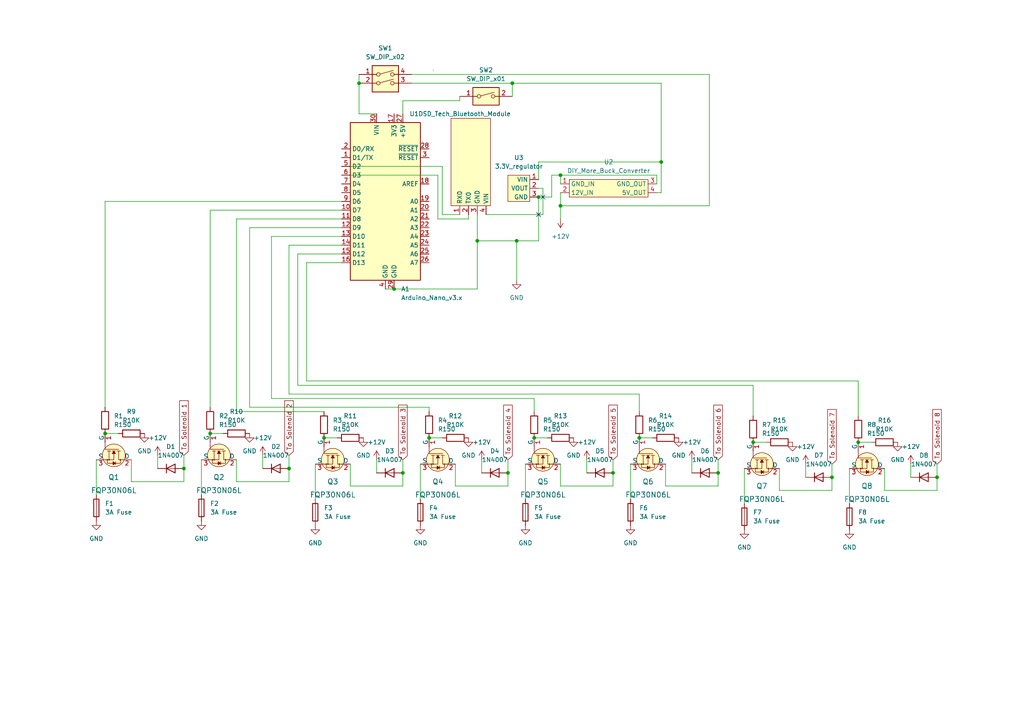
<source format=kicad_sch>
(kicad_sch (version 20211123) (generator eeschema)
  (paper "A4")
  (lib_symbols
    (symbol "Device:D" (pin_numbers hide) (pin_names (offset 1.016) hide)
      (property "Reference" "D" (at 0 2.54 0))
      (property "Value" "D" (at 0 -2.54 0))
      (symbol "D_0_1"
        (polyline (pts (xy -1.27 1.27) (xy -1.27 -1.27)) (stroke (width 0.254)))
        (polyline (pts (xy 1.27 0) (xy -1.27 0)))
        (polyline (pts (xy 1.27 1.27) (xy 1.27 -1.27) (xy -1.27 0) (xy 1.27 1.27)) (stroke (width 0.254)))
      )
      (symbol "D_1_1"
        (pin passive line (at -3.81 0 0) (length 2.54) (name "K") (number "1"))
        (pin passive line (at 3.81 0 180) (length 2.54) (name "A") (number "2"))
      )
    )
    (symbol "Device:Fuse" (pin_numbers hide) (pin_names (offset 0))
      (property "Reference" "F" (at 2.032 0 90))
      (property "Value" "Fuse" (at -1.905 0 90))
      (symbol "Fuse_0_1"
        (rectangle (start -0.762 -2.54) (end 0.762 2.54) (stroke (width 0.254)))
        (polyline (pts (xy 0 2.54) (xy 0 -2.54)))
      )
      (symbol "Fuse_1_1"
        (pin passive line (at 0 3.81 270) (length 1.27) (name "~") (number "1"))
        (pin passive line (at 0 -3.81 90) (length 1.27) (name "~") (number "2"))
      )
    )
    (symbol "Device:R" (pin_numbers hide) (pin_names (offset 0))
      (property "Reference" "R" (at 2.032 0 90))
      (property "Value" "R" (at 0 0 90))
      (symbol "R_0_1"
        (rectangle (start -1.016 -2.54) (end 1.016 2.54) (stroke (width 0.254)))
      )
      (symbol "R_1_1"
        (pin passive line (at 0 3.81 270) (length 1.27) (name "~") (number "1"))
        (pin passive line (at 0 -3.81 90) (length 1.27) (name "~") (number "2"))
      )
    )
    (symbol "MCU_Module:Arduino_Nano_v3.x"
      (property "Reference" "A" (at -10.16 23.495 0))
      (property "Value" "Arduino_Nano_v3.x" (at 5.08 -24.13 0))
      (symbol "Arduino_Nano_v3.x_0_1"
        (rectangle (start -10.16 22.86) (end 10.16 -22.86) (stroke (width 0.254)) (fill (type background)))
      )
      (symbol "Arduino_Nano_v3.x_1_1"
        (pin bidirectional line (at -12.7 12.7 0) (length 2.54) (name "D1/TX") (number "1"))
        (pin bidirectional line (at -12.7 -2.54 0) (length 2.54) (name "D7") (number "10"))
        (pin bidirectional line (at -12.7 -5.08 0) (length 2.54) (name "D8") (number "11"))
        (pin bidirectional line (at -12.7 -7.62 0) (length 2.54) (name "D9") (number "12"))
        (pin bidirectional line (at -12.7 -10.16 0) (length 2.54) (name "D10") (number "13"))
        (pin bidirectional line (at -12.7 -12.7 0) (length 2.54) (name "D11") (number "14"))
        (pin bidirectional line (at -12.7 -15.24 0) (length 2.54) (name "D12") (number "15"))
        (pin bidirectional line (at -12.7 -17.78 0) (length 2.54) (name "D13") (number "16"))
        (pin power_out line (at 2.54 25.4 270) (length 2.54) (name "3V3") (number "17"))
        (pin input line (at 12.7 5.08 180) (length 2.54) (name "AREF") (number "18"))
        (pin bidirectional line (at 12.7 0 180) (length 2.54) (name "A0") (number "19"))
        (pin bidirectional line (at -12.7 15.24 0) (length 2.54) (name "D0/RX") (number "2"))
        (pin bidirectional line (at 12.7 -2.54 180) (length 2.54) (name "A1") (number "20"))
        (pin bidirectional line (at 12.7 -5.08 180) (length 2.54) (name "A2") (number "21"))
        (pin bidirectional line (at 12.7 -7.62 180) (length 2.54) (name "A3") (number "22"))
        (pin bidirectional line (at 12.7 -10.16 180) (length 2.54) (name "A4") (number "23"))
        (pin bidirectional line (at 12.7 -12.7 180) (length 2.54) (name "A5") (number "24"))
        (pin bidirectional line (at 12.7 -15.24 180) (length 2.54) (name "A6") (number "25"))
        (pin bidirectional line (at 12.7 -17.78 180) (length 2.54) (name "A7") (number "26"))
        (pin power_out line (at 5.08 25.4 270) (length 2.54) (name "+5V") (number "27"))
        (pin input line (at 12.7 15.24 180) (length 2.54) (name "~{RESET}") (number "28"))
        (pin power_in line (at 2.54 -25.4 90) (length 2.54) (name "GND") (number "29"))
        (pin input line (at 12.7 12.7 180) (length 2.54) (name "~{RESET}") (number "3"))
        (pin power_in line (at -2.54 25.4 270) (length 2.54) (name "VIN") (number "30"))
        (pin power_in line (at 0 -25.4 90) (length 2.54) (name "GND") (number "4"))
        (pin bidirectional line (at -12.7 10.16 0) (length 2.54) (name "D2") (number "5"))
        (pin bidirectional line (at -12.7 7.62 0) (length 2.54) (name "D3") (number "6"))
        (pin bidirectional line (at -12.7 5.08 0) (length 2.54) (name "D4") (number "7"))
        (pin bidirectional line (at -12.7 2.54 0) (length 2.54) (name "D5") (number "8"))
        (pin bidirectional line (at -12.7 0 0) (length 2.54) (name "D6") (number "9"))
      )
    )
    (symbol "RF_Bluetooth:DSD_Tech_Bluetooth_Module"
      (property "Reference" "U1" (at 15.24 9.5251 90))
      (property "Value" "DSD_Tech_Bluetooth_Module" (at 15.24 6.9851 90))
      (symbol "DSD_Tech_Bluetooth_Module_0_1"
        (rectangle (start -11.43 -2.54) (end 13.97 -13.97) (fill (type background)))
        (rectangle (start 27.94 2.54) (end 27.94 2.54))
        (rectangle (start 27.94 2.54) (end 27.94 2.54))
      )
      (symbol "DSD_Tech_Bluetooth_Module_1_1"
        (pin input line (at -13.97 -5.08 0) (length 2.54) (name "RX0") (number "1"))
        (pin output line (at -13.97 -7.62 0) (length 2.54) (name "TX0") (number "2"))
        (pin input line (at -13.97 -10.16 0) (length 2.54) (name "GND") (number "3"))
        (pin input line (at -13.97 -12.7 0) (length 2.54) (name "VIN") (number "4"))
      )
    )
    (symbol "Regulator_Controller:3.3V_regulator"
      (property "Reference" "U" (at 0 0 0))
      (property "Value" "3.3V_regulator" (at 0 0 0))
      (symbol "3.3V_regulator_0_1"
        (rectangle (start -2.54 -1.27) (end 3.81 -8.89) (fill (type background)))
      )
      (symbol "3.3V_regulator_1_1"
        (pin input line (at 6.35 -2.54 180) (length 2.54) (name "VIN") (number "1"))
        (pin output line (at 6.35 -5.08 180) (length 2.54) (name "VOUT") (number "2"))
        (pin input line (at 6.35 -7.62 180) (length 2.54) (name "GND") (number "3"))
      )
    )
    (symbol "Regulator_Controller:DIY_More_Buck_Converter"
      (property "Reference" "U2" (at -1.27 1.27 0))
      (property "Value" "DIY_More_Buck_Converter" (at -1.27 -1.27 0))
      (symbol "DIY_More_Buck_Converter_0_1"
        (rectangle (start -12.7 -3.81) (end 10.16 -8.89) (fill (type background)))
      )
      (symbol "DIY_More_Buck_Converter_1_1"
        (pin input line (at -15.24 -5.08 0) (length 2.54) (name "GND_IN") (number "1"))
        (pin input line (at -15.24 -7.62 0) (length 2.54) (name "12V_IN") (number "2"))
        (pin output line (at 12.7 -5.08 180) (length 2.54) (name "GND_OUT") (number "3"))
        (pin output line (at 12.7 -7.62 180) (length 2.54) (name "5V_OUT") (number "4"))
      )
    )
    (symbol "Switch:SW_DIP_x01" (pin_names (offset 0) hide)
      (property "Reference" "SW" (at 0 3.81 0))
      (property "Value" "SW_DIP_x01" (at 0 -3.81 0))
      (symbol "SW_DIP_x01_0_0"
        (circle (center -2.032 0) (radius 0.508))
        (polyline (pts (xy -1.524 0.127) (xy 2.3622 1.1684)))
        (circle (center 2.032 0) (radius 0.508))
      )
      (symbol "SW_DIP_x01_0_1"
        (rectangle (start -3.81 2.54) (end 3.81 -2.54) (stroke (width 0.254)) (fill (type background)))
      )
      (symbol "SW_DIP_x01_1_1"
        (pin passive line (at -7.62 0 0) (length 5.08) (name "~") (number "1"))
        (pin passive line (at 7.62 0 180) (length 5.08) (name "~") (number "2"))
      )
    )
    (symbol "Switch:SW_DIP_x02" (pin_names (offset 0) hide)
      (property "Reference" "SW" (at 0 6.35 0))
      (property "Value" "SW_DIP_x02" (at 0 -3.81 0))
      (symbol "SW_DIP_x02_0_0"
        (circle (center -2.032 0) (radius 0.508))
        (circle (center -2.032 2.54) (radius 0.508))
        (polyline (pts (xy -1.524 0.127) (xy 2.3622 1.1684)))
        (polyline (pts (xy -1.524 2.667) (xy 2.3622 3.7084)))
        (circle (center 2.032 0) (radius 0.508))
        (circle (center 2.032 2.54) (radius 0.508))
      )
      (symbol "SW_DIP_x02_0_1"
        (rectangle (start -3.81 5.08) (end 3.81 -2.54) (stroke (width 0.254)) (fill (type background)))
      )
      (symbol "SW_DIP_x02_1_1"
        (pin passive line (at -7.62 2.54 0) (length 5.08) (name "~") (number "1"))
        (pin passive line (at -7.62 0 0) (length 5.08) (name "~") (number "2"))
        (pin passive line (at 7.62 0 180) (length 5.08) (name "~") (number "3"))
        (pin passive line (at 7.62 2.54 180) (length 5.08) (name "~") (number "4"))
      )
    )
    (symbol "dk_Transistors-FETs-MOSFETs-Single:FQP30N06L" (pin_names (offset 0))
      (property "Reference" "Q" (at -2.6924 3.6322 0))
      (property "Value" "FQP30N06L" (at 3.4544 0 90))
      (symbol "FQP30N06L_0_1"
        (circle (center -1.27 0) (radius 3.302) (fill (type background)))
        (circle (center 0 -1.905) (radius 0.127))
        (circle (center 0 -1.397) (radius 0.127))
        (polyline (pts (xy 0 -1.397) (xy -2.54 -1.397)))
        (polyline (pts (xy -5.08 -2.54) (xy -3.048 -2.54) (xy -3.048 1.397)))
        (polyline (pts (xy 0 -2.54) (xy 0 0) (xy -2.54 0)))
        (polyline (pts (xy 0 2.54) (xy 0 1.397) (xy -2.54 1.397)))
        (polyline (pts (xy -0.127 -1.905) (xy 1.016 -1.905) (xy 1.016 1.397) (xy 1.016 1.905) (xy -0.127 1.905)))
        (circle (center 0 1.905) (radius 0.127))
      )
      (symbol "FQP30N06L_1_1"
        (polyline (pts (xy -2.54 -1.397) (xy -2.54 -1.905)))
        (polyline (pts (xy -2.54 -1.397) (xy -2.54 -0.889)))
        (polyline (pts (xy -2.54 0) (xy -2.54 -0.508)))
        (polyline (pts (xy -2.54 0) (xy -2.54 0.508)))
        (polyline (pts (xy -2.54 1.905) (xy -2.54 0.889)))
        (polyline (pts (xy 1.524 0.508) (xy 0.508 0.508)))
        (polyline (pts (xy -2.54 0) (xy -1.778 0.508) (xy -1.778 -0.508) (xy -2.54 0)) (fill (type outline)))
        (polyline (pts (xy 1.016 0.508) (xy 0.508 -0.254) (xy 1.524 -0.254) (xy 1.016 0.508)) (fill (type outline)))
        (pin bidirectional line (at -7.62 -2.54 0) (length 2.54) (name "G") (number "1"))
        (pin bidirectional line (at 0 5.08 270) (length 2.54) (name "D") (number "2"))
        (pin bidirectional line (at 0 -5.08 90) (length 2.54) (name "S") (number "3"))
      )
    )
    (symbol "power:+12V" (power) (pin_names (offset 0))
      (property "Value" "+12V" (at 0 3.556 0))
      (symbol "+12V_0_1"
        (polyline (pts (xy -0.762 1.27) (xy 0 2.54)))
        (polyline (pts (xy 0 0) (xy 0 2.54)))
        (polyline (pts (xy 0 2.54) (xy 0.762 1.27)))
      )
      (symbol "+12V_1_1"
        (pin power_in line (at 0 0 90) (length 0) hide (name "+12V") (number "1"))
      )
    )
    (symbol "power:GND" (power) (pin_names (offset 0))
      (property "Value" "GND" (at 0 -3.81 0))
      (symbol "GND_0_1"
        (polyline (pts (xy 0 0) (xy 0 -1.27) (xy 1.27 -1.27) (xy 0 -2.54) (xy -1.27 -1.27) (xy 0 -1.27)))
      )
      (symbol "GND_1_1"
        (pin power_in line (at 0 0 270) (length 0) hide (name "GND") (number "1"))
      )
    )
  )
  (junction (at 162.56 59.69))
  (junction (at 83.82 135.89))
  (junction (at 60.96 125.73))
  (junction (at 149.86 69.85))
  (junction (at 162.56 50.8))
  (junction (at 185.42 127))
  (junction (at 116.84 137.16))
  (junction (at 154.94 127))
  (junction (at 177.8 137.16))
  (junction (at 191.77 46.99))
  (junction (at 124.46 127))
  (junction (at 53.34 135.89))
  (junction (at 93.98 127))
  (junction (at 138.43 69.85))
  (junction (at 218.44 128.27))
  (junction (at 248.92 128.27))
  (junction (at 271.78 138.43))
  (junction (at 208.28 137.16))
  (junction (at 147.32 137.16))
  (junction (at 148.59 24.13))
  (junction (at 104.14 24.13))
  (junction (at 241.3 138.43))
  (junction (at 156.21 57.15))
  (junction (at 114.3 83.82))
  (junction (at 30.48 125.73))
  (no_connect (at 157.48 57.15))
  (no_connect (at 156.21 62.23))
  (wire (pts (xy 208.28 140.97) (xy 208.28 137.16)))
  (wire (pts (xy 34.29 125.73) (xy 30.48 125.73)))
  (wire (pts (xy 60.96 60.96) (xy 60.96 118.11)))
  (wire (pts (xy 205.74 59.69) (xy 205.74 21.59)))
  (wire (pts (xy 68.58 139.7) (xy 83.82 139.7)))
  (wire (pts (xy 138.43 69.85) (xy 138.43 62.23)))
  (wire (pts (xy 140.97 62.23) (xy 157.48 62.23)))
  (wire (pts (xy 86.36 111.76) (xy 218.44 111.76)))
  (wire (pts (xy 121.92 134.62) (xy 121.92 144.78)))
  (wire (pts (xy 200.66 133.35) (xy 200.66 137.16)))
  (wire (pts (xy 215.9 135.89) (xy 215.9 146.05)))
  (wire (pts (xy 271.78 134.62) (xy 271.78 138.43)))
  (wire (pts (xy 182.88 134.62) (xy 182.88 144.78)))
  (wire (pts (xy 83.82 139.7) (xy 83.82 135.89)))
  (wire (pts (xy 185.42 114.3) (xy 185.42 119.38)))
  (wire (pts (xy 162.56 134.62) (xy 162.56 140.97)))
  (wire (pts (xy 157.48 54.61) (xy 156.21 54.61)))
  (wire (pts (xy 68.58 133.35) (xy 68.58 139.7)))
  (wire (pts (xy 191.77 46.99) (xy 191.77 24.13)))
  (wire (pts (xy 189.23 127) (xy 185.42 127)))
  (wire (pts (xy 160.02 57.15) (xy 160.02 50.8)))
  (wire (pts (xy 99.06 71.12) (xy 83.82 71.12)))
  (wire (pts (xy 104.14 33.02) (xy 109.22 33.02)))
  (wire (pts (xy 162.56 59.69) (xy 205.74 59.69)))
  (wire (pts (xy 104.14 24.13) (xy 104.14 33.02)))
  (wire (pts (xy 139.7 133.35) (xy 139.7 137.16)))
  (wire (pts (xy 104.14 21.59) (xy 104.14 24.13)))
  (wire (pts (xy 241.3 134.62) (xy 241.3 138.43)))
  (wire (pts (xy 53.34 132.08) (xy 53.34 135.89)))
  (wire (pts (xy 99.06 68.58) (xy 78.74 68.58)))
  (wire (pts (xy 128.27 127) (xy 124.46 127)))
  (wire (pts (xy 147.32 140.97) (xy 147.32 137.16)))
  (wire (pts (xy 99.06 76.2) (xy 88.9 76.2)))
  (wire (pts (xy 72.39 118.11) (xy 124.46 118.11)))
  (wire (pts (xy 135.89 63.5) (xy 135.89 62.23)))
  (wire (pts (xy 64.77 125.73) (xy 60.96 125.73)))
  (wire (pts (xy 271.78 142.24) (xy 271.78 138.43)))
  (wire (pts (xy 119.38 24.13) (xy 148.59 24.13)))
  (wire (pts (xy 101.6 140.97) (xy 116.84 140.97)))
  (wire (pts (xy 177.8 140.97) (xy 177.8 137.16)))
  (wire (pts (xy 138.43 83.82) (xy 138.43 69.85)))
  (wire (pts (xy 152.4 134.62) (xy 152.4 144.78)))
  (wire (pts (xy 83.82 71.12) (xy 83.82 114.3)))
  (wire (pts (xy 99.06 66.04) (xy 72.39 66.04)))
  (wire (pts (xy 97.79 127) (xy 93.98 127)))
  (wire (pts (xy 246.38 135.89) (xy 246.38 146.05)))
  (wire (pts (xy 205.74 21.59) (xy 119.38 21.59)))
  (wire (pts (xy 156.21 46.99) (xy 156.21 52.07)))
  (wire (pts (xy 226.06 135.89) (xy 226.06 142.24)))
  (wire (pts (xy 116.84 133.35) (xy 116.84 137.16)))
  (wire (pts (xy 157.48 62.23) (xy 157.48 54.61)))
  (wire (pts (xy 88.9 110.49) (xy 248.92 110.49)))
  (wire (pts (xy 86.36 73.66) (xy 86.36 111.76)))
  (wire (pts (xy 124.46 118.11) (xy 124.46 119.38)))
  (wire (pts (xy 147.32 133.35) (xy 147.32 137.16)))
  (wire (pts (xy 158.75 127) (xy 154.94 127)))
  (wire (pts (xy 99.06 60.96) (xy 60.96 60.96)))
  (wire (pts (xy 252.73 128.27) (xy 248.92 128.27)))
  (wire (pts (xy 128.27 48.26) (xy 128.27 62.23)))
  (wire (pts (xy 193.04 134.62) (xy 193.04 140.97)))
  (wire (pts (xy 148.59 27.94) (xy 148.59 24.13)))
  (wire (pts (xy 99.06 63.5) (xy 68.58 63.5)))
  (wire (pts (xy 170.18 133.35) (xy 170.18 137.16)))
  (wire (pts (xy 248.92 110.49) (xy 248.92 120.65)))
  (wire (pts (xy 68.58 119.38) (xy 93.98 119.38)))
  (wire (pts (xy 208.28 133.35) (xy 208.28 137.16)))
  (wire (pts (xy 162.56 140.97) (xy 177.8 140.97)))
  (wire (pts (xy 148.59 24.13) (xy 191.77 24.13)))
  (wire (pts (xy 226.06 142.24) (xy 241.3 142.24)))
  (wire (pts (xy 160.02 50.8) (xy 162.56 50.8)))
  (wire (pts (xy 76.2 132.08) (xy 76.2 135.89)))
  (wire (pts (xy 58.42 133.35) (xy 58.42 143.51)))
  (wire (pts (xy 162.56 59.69) (xy 162.56 63.5)))
  (wire (pts (xy 191.77 55.88) (xy 191.77 46.99)))
  (wire (pts (xy 116.84 29.21) (xy 133.35 29.21)))
  (wire (pts (xy 38.1 139.7) (xy 53.34 139.7)))
  (wire (pts (xy 83.82 114.3) (xy 185.42 114.3)))
  (wire (pts (xy 156.21 57.15) (xy 156.21 69.85)))
  (wire (pts (xy 218.44 111.76) (xy 218.44 120.65)))
  (wire (pts (xy 193.04 140.97) (xy 208.28 140.97)))
  (wire (pts (xy 116.84 140.97) (xy 116.84 137.16)))
  (wire (pts (xy 83.82 132.08) (xy 83.82 135.89)))
  (wire (pts (xy 128.27 62.23) (xy 133.35 62.23)))
  (wire (pts (xy 88.9 76.2) (xy 88.9 110.49)))
  (wire (pts (xy 99.06 73.66) (xy 86.36 73.66)))
  (wire (pts (xy 133.35 29.21) (xy 133.35 27.94)))
  (wire (pts (xy 68.58 63.5) (xy 68.58 119.38)))
  (wire (pts (xy 127 63.5) (xy 135.89 63.5)))
  (wire (pts (xy 91.44 134.62) (xy 91.44 144.78)))
  (wire (pts (xy 116.84 33.02) (xy 116.84 29.21)))
  (wire (pts (xy 162.56 50.8) (xy 190.5 50.8)))
  (wire (pts (xy 191.77 46.99) (xy 156.21 46.99)))
  (wire (pts (xy 132.08 134.62) (xy 132.08 140.97)))
  (wire (pts (xy 222.25 128.27) (xy 218.44 128.27)))
  (wire (pts (xy 132.08 140.97) (xy 147.32 140.97)))
  (wire (pts (xy 241.3 142.24) (xy 241.3 138.43)))
  (wire (pts (xy 162.56 53.34) (xy 162.56 50.8)))
  (wire (pts (xy 53.34 139.7) (xy 53.34 135.89)))
  (wire (pts (xy 156.21 69.85) (xy 149.86 69.85)))
  (wire (pts (xy 138.43 69.85) (xy 149.86 69.85)))
  (wire (pts (xy 156.21 57.15) (xy 160.02 57.15)))
  (wire (pts (xy 233.68 134.62) (xy 233.68 138.43)))
  (wire (pts (xy 190.5 50.8) (xy 190.5 53.34)))
  (wire (pts (xy 72.39 66.04) (xy 72.39 118.11)))
  (wire (pts (xy 45.72 132.08) (xy 45.72 135.89)))
  (wire (pts (xy 78.74 115.57) (xy 154.94 115.57)))
  (wire (pts (xy 99.06 50.8) (xy 127 50.8)))
  (wire (pts (xy 264.16 134.62) (xy 264.16 138.43)))
  (wire (pts (xy 38.1 133.35) (xy 38.1 139.7)))
  (wire (pts (xy 111.76 83.82) (xy 114.3 83.82)))
  (wire (pts (xy 109.22 133.35) (xy 109.22 137.16)))
  (wire (pts (xy 99.06 58.42) (xy 30.48 58.42)))
  (wire (pts (xy 149.86 69.85) (xy 149.86 81.28)))
  (wire (pts (xy 190.5 55.88) (xy 191.77 55.88)))
  (wire (pts (xy 30.48 58.42) (xy 30.48 118.11)))
  (wire (pts (xy 256.54 142.24) (xy 271.78 142.24)))
  (wire (pts (xy 162.56 55.88) (xy 162.56 59.69)))
  (wire (pts (xy 27.94 133.35) (xy 27.94 143.51)))
  (wire (pts (xy 114.3 83.82) (xy 138.43 83.82)))
  (wire (pts (xy 99.06 48.26) (xy 128.27 48.26)))
  (wire (pts (xy 78.74 68.58) (xy 78.74 115.57)))
  (wire (pts (xy 101.6 134.62) (xy 101.6 140.97)))
  (wire (pts (xy 177.8 133.35) (xy 177.8 137.16)))
  (wire (pts (xy 154.94 115.57) (xy 154.94 119.38)))
  (wire (pts (xy 127 50.8) (xy 127 63.5)))
  (wire (pts (xy 256.54 135.89) (xy 256.54 142.24)))
  (global_label "To Solenoid 7" (shape input) (at 241.3 134.62 90) (property "Intersheet References" "${INTERSHEET_REFS}" (effects hide)))
  (global_label "To Solenoid 3" (shape input) (at 116.84 133.35 90) (property "Intersheet References" "${INTERSHEET_REFS}" (effects hide)))
  (global_label "To Solenoid 2" (shape input) (at 83.82 132.08 90) (property "Intersheet References" "${INTERSHEET_REFS}" (effects hide)))
  (global_label "To Solenoid 8" (shape input) (at 271.78 134.62 90) (property "Intersheet References" "${INTERSHEET_REFS}" (effects hide)))
  (global_label "To Solenoid 5" (shape input) (at 177.8 133.35 90) (property "Intersheet References" "${INTERSHEET_REFS}" (effects hide)))
  (global_label "To Solenoid 6" (shape input) (at 208.28 133.35 90) (property "Intersheet References" "${INTERSHEET_REFS}" (effects hide)))
  (global_label "To Solenoid 1" (shape input) (at 53.34 132.08 90) (property "Intersheet References" "${INTERSHEET_REFS}" (effects hide)))
  (global_label "To Solenoid 4" (shape input) (at 147.32 133.35 90) (property "Intersheet References" "${INTERSHEET_REFS}" (effects hide)))
  (symbol (lib_id "Device:Fuse") (at 58.42 147.32 0) (unit 1)
    (property "Reference" "F2" (at 60.96 146.0499 0) (effects (justify left)))
    (property "Value" "3A Fuse" (at 60.96 148.5899 0) (effects (justify left)))
    (property "Footprint" "Fuse:3.6x10mm" (effects hide))
  )
  (symbol (lib_id "Device:D") (at 173.99 137.16 0) (unit 1)
    (property "Reference" "D5" (at 173.99 130.81 0))
    (property "Value" "1N4007" (at 173.99 133.35 0))
    (property "Footprint" "Diode_THT:D_DO-41_SOD81_P7.62mm_Horizontal" (effects hide))
  )
  (symbol (lib_id "dk_Transistors-FETs-MOSFETs-Single:FQP30N06L") (at 157.48 134.62 270) (unit 1)
    (property "Reference" "Q5" (at 157.48 139.7 90) (effects (font (size 1.524 1.524))))
    (property "Value" "FQP30N06L" (at 157.48 143.51 90) (effects (font (size 1.524 1.524))))
    (property "Footprint" "digikey-footprints:TO-220-3" (effects hide))
    (property "Datasheet" "https://www.onsemi.com/pub/Collateral/FQP30N06L-D.pdf" (effects hide))
    (property "Digi-Key_PN" "FQP30N06L-ND" (effects hide))
    (property "MPN" "FQP30N06L" (effects hide))
    (property "Category" "Discrete Semiconductor Products" (effects hide))
    (property "Family" "Transistors - FETs, MOSFETs - Single" (effects hide))
    (property "DK_Datasheet_Link" "https://www.onsemi.com/pub/Collateral/FQP30N06L-D.pdf" (effects hide))
    (property "DK_Detail_Page" "/product-detail/en/on-semiconductor/FQP30N06L/FQP30N06L-ND/1055122" (effects hide))
    (property "Description" "MOSFET N-CH 60V 32A TO-220" (effects hide))
    (property "Manufacturer" "ON Semiconductor" (effects hide))
    (property "Status" "Active" (effects hide))
  )
  (symbol (lib_id "power:GND") (at 229.87 128.27 0) (unit 1)
    (property "Reference" "#PWR0120" (effects hide))
    (property "Value" "GND" (at 229.87 133.35 0))
  )
  (symbol (lib_id "RF_Bluetooth:DSD_Tech_Bluetooth_Module") (at 128.27 48.26 90) (unit 1)
    (property "Reference" "U1" (at 118.7449 33.02 90) (effects (justify right)))
    (property "Value" "DSD_Tech_Bluetooth_Module" (at 121.2849 33.02 90) (effects (justify right)))
    (property "Footprint" "RF_Module:DSD Tech Bluetooth Module" (effects hide))
  )
  (symbol (lib_id "Device:Fuse") (at 215.9 149.86 0) (unit 1)
    (property "Reference" "F7" (at 218.44 148.5899 0) (effects (justify left)))
    (property "Value" "3A Fuse" (at 218.44 151.1299 0) (effects (justify left)))
    (property "Footprint" "Fuse:3.6x10mm" (effects hide))
  )
  (symbol (lib_id "Device:Fuse") (at 246.38 149.86 0) (unit 1)
    (property "Reference" "F8" (at 248.92 148.5899 0) (effects (justify left)))
    (property "Value" "3A Fuse" (at 248.92 151.1299 0) (effects (justify left)))
    (property "Footprint" "Fuse:3.6x10mm" (effects hide))
  )
  (symbol (lib_id "power:+12V") (at 162.56 63.5 180) (unit 1)
    (property "Reference" "#PWR0115" (effects hide))
    (property "Value" "+12V" (at 162.56 68.58 0))
  )
  (symbol (lib_id "Device:R") (at 185.42 123.19 0) (unit 1)
    (property "Reference" "R6" (at 187.96 121.9199 0) (effects (justify left)))
    (property "Value" "R150" (at 187.96 124.4599 0) (effects (justify left)))
    (property "Footprint" "Resistor_THT:R_Axial_DIN0309_L9.0mm_D3.2mm_P12.70mm_Horizontal" (effects hide))
  )
  (symbol (lib_id "power:GND") (at 246.38 153.67 0) (unit 1)
    (property "Reference" "#PWR0101" (effects hide))
    (property "Value" "GND" (at 246.38 158.75 0))
  )
  (symbol (lib_id "Device:Fuse") (at 121.92 148.59 0) (unit 1)
    (property "Reference" "F4" (at 124.46 147.3199 0) (effects (justify left)))
    (property "Value" "3A Fuse" (at 124.46 149.8599 0) (effects (justify left)))
    (property "Footprint" "Fuse:3.6x10mm" (effects hide))
  )
  (symbol (lib_id "Device:R") (at 218.44 124.46 0) (unit 1)
    (property "Reference" "R7" (at 220.98 123.1899 0) (effects (justify left)))
    (property "Value" "R150" (at 220.98 125.7299 0) (effects (justify left)))
    (property "Footprint" "Resistor_THT:R_Axial_DIN0309_L9.0mm_D3.2mm_P12.70mm_Horizontal" (effects hide))
  )
  (symbol (lib_id "Device:R") (at 124.46 123.19 0) (unit 1)
    (property "Reference" "R4" (at 127 121.9199 0) (effects (justify left)))
    (property "Value" "R150" (at 127 124.4599 0) (effects (justify left)))
    (property "Footprint" "Resistor_THT:R_Axial_DIN0309_L9.0mm_D3.2mm_P12.70mm_Horizontal" (effects hide))
  )
  (symbol (lib_id "Device:Fuse") (at 27.94 147.32 0) (unit 1)
    (property "Reference" "F1" (at 30.48 146.0499 0) (effects (justify left)))
    (property "Value" "3A Fuse" (at 30.48 148.5899 0) (effects (justify left)))
    (property "Footprint" "Fuse:3.6x10mm" (effects hide))
  )
  (symbol (lib_id "Regulator_Controller:DIY_More_Buck_Converter") (at 177.8 48.26 0) (unit 1)
    (property "Reference" "U2" (at 176.53 46.99 0))
    (property "Value" "DIY_More_Buck_Converter" (at 176.53 49.53 0))
    (property "Footprint" "Converter_DCDC:DIY More Buck Converter" (effects hide))
  )
  (symbol (lib_id "power:+12V") (at 45.72 132.08 0) (unit 1)
    (property "Reference" "#PWR0106" (effects hide))
    (property "Value" "+12V" (at 45.72 127 0))
  )
  (symbol (lib_id "power:+12V") (at 233.68 134.62 0) (unit 1)
    (property "Reference" "#PWR0103" (effects hide))
    (property "Value" "+12V" (at 233.68 129.54 0))
  )
  (symbol (lib_id "dk_Transistors-FETs-MOSFETs-Single:FQP30N06L") (at 251.46 135.89 270) (unit 1)
    (property "Reference" "Q8" (at 251.46 140.97 90) (effects (font (size 1.524 1.524))))
    (property "Value" "FQP30N06L" (at 251.46 144.78 90) (effects (font (size 1.524 1.524))))
    (property "Footprint" "digikey-footprints:TO-220-3" (effects hide))
    (property "Datasheet" "https://www.onsemi.com/pub/Collateral/FQP30N06L-D.pdf" (effects hide))
    (property "Digi-Key_PN" "FQP30N06L-ND" (effects hide))
    (property "MPN" "FQP30N06L" (effects hide))
    (property "Category" "Discrete Semiconductor Products" (effects hide))
    (property "Family" "Transistors - FETs, MOSFETs - Single" (effects hide))
    (property "DK_Datasheet_Link" "https://www.onsemi.com/pub/Collateral/FQP30N06L-D.pdf" (effects hide))
    (property "DK_Detail_Page" "/product-detail/en/on-semiconductor/FQP30N06L/FQP30N06L-ND/1055122" (effects hide))
    (property "Description" "MOSFET N-CH 60V 32A TO-220" (effects hide))
    (property "Manufacturer" "ON Semiconductor" (effects hide))
    (property "Status" "Active" (effects hide))
  )
  (symbol (lib_id "power:GND") (at 91.44 152.4 0) (unit 1)
    (property "Reference" "#PWR0111" (effects hide))
    (property "Value" "GND" (at 91.44 157.48 0))
  )
  (symbol (lib_id "power:GND") (at 152.4 152.4 0) (unit 1)
    (property "Reference" "#PWR0113" (effects hide))
    (property "Value" "GND" (at 152.4 157.48 0))
  )
  (symbol (lib_id "dk_Transistors-FETs-MOSFETs-Single:FQP30N06L") (at 187.96 134.62 270) (unit 1)
    (property "Reference" "Q6" (at 187.96 139.7 90) (effects (font (size 1.524 1.524))))
    (property "Value" "FQP30N06L" (at 187.96 143.51 90) (effects (font (size 1.524 1.524))))
    (property "Footprint" "digikey-footprints:TO-220-3" (effects hide))
    (property "Datasheet" "https://www.onsemi.com/pub/Collateral/FQP30N06L-D.pdf" (effects hide))
    (property "Digi-Key_PN" "FQP30N06L-ND" (effects hide))
    (property "MPN" "FQP30N06L" (effects hide))
    (property "Category" "Discrete Semiconductor Products" (effects hide))
    (property "Family" "Transistors - FETs, MOSFETs - Single" (effects hide))
    (property "DK_Datasheet_Link" "https://www.onsemi.com/pub/Collateral/FQP30N06L-D.pdf" (effects hide))
    (property "DK_Detail_Page" "/product-detail/en/on-semiconductor/FQP30N06L/FQP30N06L-ND/1055122" (effects hide))
    (property "Description" "MOSFET N-CH 60V 32A TO-220" (effects hide))
    (property "Manufacturer" "ON Semiconductor" (effects hide))
    (property "Status" "Active" (effects hide))
  )
  (symbol (lib_id "Device:R") (at 226.06 128.27 90) (unit 1)
    (property "Reference" "R15" (at 226.06 121.92 90))
    (property "Value" "R10K" (at 226.06 124.46 90))
    (property "Footprint" "Resistor_THT:R_Axial_DIN0309_L9.0mm_D3.2mm_P12.70mm_Horizontal" (effects hide))
  )
  (symbol (lib_id "Device:Fuse") (at 152.4 148.59 0) (unit 1)
    (property "Reference" "F5" (at 154.94 147.3199 0) (effects (justify left)))
    (property "Value" "3A Fuse" (at 154.94 149.8599 0) (effects (justify left)))
    (property "Footprint" "Fuse:3.6x10mm" (effects hide))
  )
  (symbol (lib_id "dk_Transistors-FETs-MOSFETs-Single:FQP30N06L") (at 33.02 133.35 270) (unit 1)
    (property "Reference" "Q1" (at 33.02 138.43 90) (effects (font (size 1.524 1.524))))
    (property "Value" "FQP30N06L" (at 33.02 142.24 90) (effects (font (size 1.524 1.524))))
    (property "Footprint" "digikey-footprints:TO-220-3" (effects hide))
    (property "Datasheet" "https://www.onsemi.com/pub/Collateral/FQP30N06L-D.pdf" (effects hide))
    (property "Digi-Key_PN" "FQP30N06L-ND" (effects hide))
    (property "MPN" "FQP30N06L" (effects hide))
    (property "Category" "Discrete Semiconductor Products" (effects hide))
    (property "Family" "Transistors - FETs, MOSFETs - Single" (effects hide))
    (property "DK_Datasheet_Link" "https://www.onsemi.com/pub/Collateral/FQP30N06L-D.pdf" (effects hide))
    (property "DK_Detail_Page" "/product-detail/en/on-semiconductor/FQP30N06L/FQP30N06L-ND/1055122" (effects hide))
    (property "Description" "MOSFET N-CH 60V 32A TO-220" (effects hide))
    (property "Manufacturer" "ON Semiconductor" (effects hide))
    (property "Status" "Active" (effects hide))
  )
  (symbol (lib_id "power:GND") (at 260.35 128.27 0) (unit 1)
    (property "Reference" "#PWR0119" (effects hide))
    (property "Value" "GND" (at 260.35 133.35 0))
  )
  (symbol (lib_id "Switch:SW_DIP_x01") (at 140.97 27.94 0) (unit 1)
    (property "Reference" "SW2" (at 140.97 20.32 0))
    (property "Value" "SW_DIP_x01" (at 140.97 22.86 0))
    (property "Footprint" "Button_Switch_THT:SW_DIP_SPSTx01_Slide_6.7x4.1mm_W7.62mm_P2.54mm_LowProfile" (effects hide))
  )
  (symbol (lib_id "Device:D") (at 80.01 135.89 0) (unit 1)
    (property "Reference" "D2" (at 80.01 129.54 0))
    (property "Value" "1N4007" (at 80.01 132.08 0))
    (property "Footprint" "Diode_THT:D_DO-41_SOD81_P7.62mm_Horizontal" (effects hide))
  )
  (symbol (lib_id "Device:D") (at 49.53 135.89 0) (unit 1)
    (property "Reference" "D1" (at 49.53 129.54 0))
    (property "Value" "1N4007" (at 49.53 132.08 0))
    (property "Footprint" "Diode_THT:D_DO-41_SOD81_P7.62mm_Horizontal" (effects hide))
  )
  (symbol (lib_id "Device:R") (at 193.04 127 90) (unit 1)
    (property "Reference" "R14" (at 193.04 120.65 90))
    (property "Value" "R10K" (at 193.04 123.19 90))
    (property "Footprint" "Resistor_THT:R_Axial_DIN0309_L9.0mm_D3.2mm_P12.70mm_Horizontal" (effects hide))
  )
  (symbol (lib_id "power:GND") (at 135.89 127 0) (unit 1)
    (property "Reference" "#PWR0125" (effects hide))
    (property "Value" "GND" (at 135.89 132.08 0))
  )
  (symbol (lib_id "Device:R") (at 256.54 128.27 90) (unit 1)
    (property "Reference" "R16" (at 256.54 121.92 90))
    (property "Value" "R10K" (at 256.54 124.46 90))
    (property "Footprint" "Resistor_THT:R_Axial_DIN0309_L9.0mm_D3.2mm_P12.70mm_Horizontal" (effects hide))
  )
  (symbol (lib_id "dk_Transistors-FETs-MOSFETs-Single:FQP30N06L") (at 127 134.62 270) (unit 1)
    (property "Reference" "Q4" (at 127 139.7 90) (effects (font (size 1.524 1.524))))
    (property "Value" "FQP30N06L" (at 127 143.51 90) (effects (font (size 1.524 1.524))))
    (property "Footprint" "digikey-footprints:TO-220-3" (effects hide))
    (property "Datasheet" "https://www.onsemi.com/pub/Collateral/FQP30N06L-D.pdf" (effects hide))
    (property "Digi-Key_PN" "FQP30N06L-ND" (effects hide))
    (property "MPN" "FQP30N06L" (effects hide))
    (property "Category" "Discrete Semiconductor Products" (effects hide))
    (property "Family" "Transistors - FETs, MOSFETs - Single" (effects hide))
    (property "DK_Datasheet_Link" "https://www.onsemi.com/pub/Collateral/FQP30N06L-D.pdf" (effects hide))
    (property "DK_Detail_Page" "/product-detail/en/on-semiconductor/FQP30N06L/FQP30N06L-ND/1055122" (effects hide))
    (property "Description" "MOSFET N-CH 60V 32A TO-220" (effects hide))
    (property "Manufacturer" "ON Semiconductor" (effects hide))
    (property "Status" "Active" (effects hide))
  )
  (symbol (lib_id "power:GND") (at 121.92 152.4 0) (unit 1)
    (property "Reference" "#PWR0110" (effects hide))
    (property "Value" "GND" (at 121.92 157.48 0))
  )
  (symbol (lib_id "Device:R") (at 132.08 127 90) (unit 1)
    (property "Reference" "R12" (at 132.08 120.65 90))
    (property "Value" "R10K" (at 132.08 123.19 90))
    (property "Footprint" "Resistor_THT:R_Axial_DIN0309_L9.0mm_D3.2mm_P12.70mm_Horizontal" (effects hide))
  )
  (symbol (lib_id "power:+12V") (at 109.22 133.35 0) (unit 1)
    (property "Reference" "#PWR0117" (effects hide))
    (property "Value" "+12V" (at 109.22 128.27 0))
  )
  (symbol (lib_id "power:GND") (at 27.94 151.13 0) (unit 1)
    (property "Reference" "#PWR0109" (effects hide))
    (property "Value" "GND" (at 27.94 156.21 0))
  )
  (symbol (lib_id "Device:R") (at 68.58 125.73 90) (unit 1)
    (property "Reference" "R10" (at 68.58 119.38 90))
    (property "Value" "R10K" (at 68.58 121.92 90))
    (property "Footprint" "Resistor_THT:R_Axial_DIN0309_L9.0mm_D3.2mm_P12.70mm_Horizontal" (effects hide))
  )
  (symbol (lib_id "dk_Transistors-FETs-MOSFETs-Single:FQP30N06L") (at 96.52 134.62 270) (unit 1)
    (property "Reference" "Q3" (at 96.52 139.7 90) (effects (font (size 1.524 1.524))))
    (property "Value" "FQP30N06L" (at 96.52 143.51 90) (effects (font (size 1.524 1.524))))
    (property "Footprint" "digikey-footprints:TO-220-3" (effects hide))
    (property "Datasheet" "https://www.onsemi.com/pub/Collateral/FQP30N06L-D.pdf" (effects hide))
    (property "Digi-Key_PN" "FQP30N06L-ND" (effects hide))
    (property "MPN" "FQP30N06L" (effects hide))
    (property "Category" "Discrete Semiconductor Products" (effects hide))
    (property "Family" "Transistors - FETs, MOSFETs - Single" (effects hide))
    (property "DK_Datasheet_Link" "https://www.onsemi.com/pub/Collateral/FQP30N06L-D.pdf" (effects hide))
    (property "DK_Detail_Page" "/product-detail/en/on-semiconductor/FQP30N06L/FQP30N06L-ND/1055122" (effects hide))
    (property "Description" "MOSFET N-CH 60V 32A TO-220" (effects hide))
    (property "Manufacturer" "ON Semiconductor" (effects hide))
    (property "Status" "Active" (effects hide))
  )
  (symbol (lib_id "power:+12V") (at 139.7 133.35 0) (unit 1)
    (property "Reference" "#PWR0112" (effects hide))
    (property "Value" "+12V" (at 139.7 128.27 0))
  )
  (symbol (lib_id "power:GND") (at 182.88 152.4 0) (unit 1)
    (property "Reference" "#PWR0104" (effects hide))
    (property "Value" "GND" (at 182.88 157.48 0))
  )
  (symbol (lib_id "Device:R") (at 101.6 127 90) (unit 1)
    (property "Reference" "R11" (at 101.6 120.65 90))
    (property "Value" "R10K" (at 101.6 123.19 90))
    (property "Footprint" "Resistor_THT:R_Axial_DIN0309_L9.0mm_D3.2mm_P12.70mm_Horizontal" (effects hide))
  )
  (symbol (lib_id "dk_Transistors-FETs-MOSFETs-Single:FQP30N06L") (at 220.98 135.89 270) (unit 1)
    (property "Reference" "Q7" (at 220.98 140.97 90) (effects (font (size 1.524 1.524))))
    (property "Value" "FQP30N06L" (at 220.98 144.78 90) (effects (font (size 1.524 1.524))))
    (property "Footprint" "digikey-footprints:TO-220-3" (effects hide))
    (property "Datasheet" "https://www.onsemi.com/pub/Collateral/FQP30N06L-D.pdf" (effects hide))
    (property "Digi-Key_PN" "FQP30N06L-ND" (effects hide))
    (property "MPN" "FQP30N06L" (effects hide))
    (property "Category" "Discrete Semiconductor Products" (effects hide))
    (property "Family" "Transistors - FETs, MOSFETs - Single" (effects hide))
    (property "DK_Datasheet_Link" "https://www.onsemi.com/pub/Collateral/FQP30N06L-D.pdf" (effects hide))
    (property "DK_Detail_Page" "/product-detail/en/on-semiconductor/FQP30N06L/FQP30N06L-ND/1055122" (effects hide))
    (property "Description" "MOSFET N-CH 60V 32A TO-220" (effects hide))
    (property "Manufacturer" "ON Semiconductor" (effects hide))
    (property "Status" "Active" (effects hide))
  )
  (symbol (lib_id "Device:R") (at 30.48 121.92 0) (unit 1)
    (property "Reference" "R1" (at 33.02 120.6499 0) (effects (justify left)))
    (property "Value" "R150" (at 33.02 123.1899 0) (effects (justify left)))
    (property "Footprint" "Resistor_THT:R_Axial_DIN0309_L9.0mm_D3.2mm_P12.70mm_Horizontal" (effects hide))
  )
  (symbol (lib_id "power:GND") (at 105.41 127 0) (unit 1)
    (property "Reference" "#PWR0126" (effects hide))
    (property "Value" "GND" (at 105.41 132.08 0))
  )
  (symbol (lib_id "MCU_Module:Arduino_Nano_v3.x") (at 111.76 58.42 0) (unit 1)
    (property "Reference" "A1" (at 116.3194 83.82 0) (effects (justify left)))
    (property "Value" "Arduino_Nano_v3.x" (at 116.3194 86.36 0) (effects (justify left)))
    (property "Footprint" "Module:Arduino_Nano" (effects hide))
    (property "Datasheet" "http://www.mouser.com/pdfdocs/Gravitech_Arduino_Nano3_0.pdf" (effects hide))
  )
  (symbol (lib_id "power:+12V") (at 76.2 132.08 0) (unit 1)
    (property "Reference" "#PWR0107" (effects hide))
    (property "Value" "+12V" (at 76.2 127 0))
  )
  (symbol (lib_id "power:GND") (at 149.86 81.28 0) (unit 1)
    (property "Reference" "#PWR0118" (effects hide))
    (property "Value" "GND" (at 149.86 86.36 0))
  )
  (symbol (lib_id "Device:R") (at 93.98 123.19 0) (unit 1)
    (property "Reference" "R3" (at 96.52 121.9199 0) (effects (justify left)))
    (property "Value" "R150" (at 96.52 124.4599 0) (effects (justify left)))
    (property "Footprint" "Resistor_THT:R_Axial_DIN0309_L9.0mm_D3.2mm_P12.70mm_Horizontal" (effects hide))
  )
  (symbol (lib_id "Regulator_Controller:3.3V_regulator") (at 149.86 49.53 0) (unit 1)
    (property "Reference" "U3" (at 150.495 45.72 0))
    (property "Value" "3.3V_regulator" (at 150.495 48.26 0))
    (property "Footprint" "Converter_DCDC:3.3V regulator" (effects hide))
  )
  (symbol (lib_id "power:GND") (at 196.85 127 0) (unit 1)
    (property "Reference" "#PWR0121" (effects hide))
    (property "Value" "GND" (at 196.85 132.08 0))
  )
  (symbol (lib_id "Switch:SW_DIP_x02") (at 111.76 24.13 0) (unit 1)
    (property "Reference" "SW1" (at 111.76 13.97 0))
    (property "Value" "SW_DIP_x02" (at 111.76 16.51 0))
    (property "Footprint" "Button_Switch_THT:SW_DIP_SPSTx02_Slide_6.7x6.64mm_W7.62mm_P2.54mm_LowProfile" (effects hide))
  )
  (symbol (lib_id "power:GND") (at 41.91 125.73 0) (unit 1)
    (property "Reference" "#PWR0123" (effects hide))
    (property "Value" "GND" (at 41.91 130.81 0))
  )
  (symbol (lib_id "power:GND") (at 166.37 127 0) (unit 1)
    (property "Reference" "#PWR0122" (effects hide))
    (property "Value" "GND" (at 166.37 132.08 0))
  )
  (symbol (lib_id "power:+12V") (at 200.66 133.35 0) (unit 1)
    (property "Reference" "#PWR0116" (effects hide))
    (property "Value" "+12V" (at 200.66 128.27 0))
  )
  (symbol (lib_id "Device:Fuse") (at 91.44 148.59 0) (unit 1)
    (property "Reference" "F3" (at 93.98 147.3199 0) (effects (justify left)))
    (property "Value" "3A Fuse" (at 93.98 149.8599 0) (effects (justify left)))
    (property "Footprint" "Fuse:3.6x10mm" (effects hide))
  )
  (symbol (lib_id "Device:D") (at 237.49 138.43 0) (unit 1)
    (property "Reference" "D7" (at 237.49 132.08 0))
    (property "Value" "1N4007" (at 237.49 134.62 0))
    (property "Footprint" "Diode_THT:D_DO-41_SOD81_P7.62mm_Horizontal" (effects hide))
  )
  (symbol (lib_id "Device:D") (at 143.51 137.16 0) (unit 1)
    (property "Reference" "D4" (at 143.51 130.81 0))
    (property "Value" "1N4007" (at 143.51 133.35 0))
    (property "Footprint" "Diode_THT:D_DO-41_SOD81_P7.62mm_Horizontal" (effects hide))
  )
  (symbol (lib_id "Device:D") (at 113.03 137.16 0) (unit 1)
    (property "Reference" "D3" (at 113.03 130.81 0))
    (property "Value" "1N4007" (at 113.03 133.35 0))
    (property "Footprint" "Diode_THT:D_DO-41_SOD81_P7.62mm_Horizontal" (effects hide))
  )
  (symbol (lib_id "dk_Transistors-FETs-MOSFETs-Single:FQP30N06L") (at 63.5 133.35 270) (unit 1)
    (property "Reference" "Q2" (at 63.5 138.43 90) (effects (font (size 1.524 1.524))))
    (property "Value" "FQP30N06L" (at 63.5 142.24 90) (effects (font (size 1.524 1.524))))
    (property "Footprint" "digikey-footprints:TO-220-3" (effects hide))
    (property "Datasheet" "https://www.onsemi.com/pub/Collateral/FQP30N06L-D.pdf" (effects hide))
    (property "Digi-Key_PN" "FQP30N06L-ND" (effects hide))
    (property "MPN" "FQP30N06L" (effects hide))
    (property "Category" "Discrete Semiconductor Products" (effects hide))
    (property "Family" "Transistors - FETs, MOSFETs - Single" (effects hide))
    (property "DK_Datasheet_Link" "https://www.onsemi.com/pub/Collateral/FQP30N06L-D.pdf" (effects hide))
    (property "DK_Detail_Page" "/product-detail/en/on-semiconductor/FQP30N06L/FQP30N06L-ND/1055122" (effects hide))
    (property "Description" "MOSFET N-CH 60V 32A TO-220" (effects hide))
    (property "Manufacturer" "ON Semiconductor" (effects hide))
    (property "Status" "Active" (effects hide))
  )
  (symbol (lib_id "Device:R") (at 248.92 124.46 0) (unit 1)
    (property "Reference" "R8" (at 251.46 123.1899 0) (effects (justify left)))
    (property "Value" "R150" (at 251.46 125.7299 0) (effects (justify left)))
    (property "Footprint" "Resistor_THT:R_Axial_DIN0309_L9.0mm_D3.2mm_P12.70mm_Horizontal" (effects hide))
  )
  (symbol (lib_id "power:GND") (at 215.9 153.67 0) (unit 1)
    (property "Reference" "#PWR0105" (effects hide))
    (property "Value" "GND" (at 215.9 158.75 0))
  )
  (symbol (lib_id "Device:R") (at 162.56 127 90) (unit 1)
    (property "Reference" "R13" (at 162.56 120.65 90))
    (property "Value" "R10K" (at 162.56 123.19 90))
    (property "Footprint" "Resistor_THT:R_Axial_DIN0309_L9.0mm_D3.2mm_P12.70mm_Horizontal" (effects hide))
  )
  (symbol (lib_id "power:GND") (at 58.42 151.13 0) (unit 1)
    (property "Reference" "#PWR0108" (effects hide))
    (property "Value" "GND" (at 58.42 156.21 0))
  )
  (symbol (lib_id "Device:R") (at 154.94 123.19 0) (unit 1)
    (property "Reference" "R5" (at 157.48 121.9199 0) (effects (justify left)))
    (property "Value" "R150" (at 157.48 124.4599 0) (effects (justify left)))
    (property "Footprint" "Resistor_THT:R_Axial_DIN0309_L9.0mm_D3.2mm_P12.70mm_Horizontal" (effects hide))
  )
  (symbol (lib_id "Device:D") (at 204.47 137.16 0) (unit 1)
    (property "Reference" "D6" (at 204.47 130.81 0))
    (property "Value" "1N4007" (at 204.47 133.35 0))
    (property "Footprint" "Diode_THT:D_DO-41_SOD81_P7.62mm_Horizontal" (effects hide))
  )
  (symbol (lib_id "power:GND") (at 72.39 125.73 0) (unit 1)
    (property "Reference" "#PWR0124" (effects hide))
    (property "Value" "GND" (at 72.39 130.81 0))
  )
  (symbol (lib_id "power:+12V") (at 170.18 133.35 0) (unit 1)
    (property "Reference" "#PWR0114" (effects hide))
    (property "Value" "+12V" (at 170.18 128.27 0))
  )
  (symbol (lib_id "Device:Fuse") (at 182.88 148.59 0) (unit 1)
    (property "Reference" "F6" (at 185.42 147.3199 0) (effects (justify left)))
    (property "Value" "3A Fuse" (at 185.42 149.8599 0) (effects (justify left)))
    (property "Footprint" "Fuse:3.6x10mm" (effects hide))
  )
  (symbol (lib_id "Device:R") (at 38.1 125.73 90) (unit 1)
    (property "Reference" "R9" (at 38.1 119.38 90))
    (property "Value" "R10K" (at 38.1 121.92 90))
    (property "Footprint" "Resistor_THT:R_Axial_DIN0309_L9.0mm_D3.2mm_P12.70mm_Horizontal" (effects hide))
  )
  (symbol (lib_id "power:+12V") (at 264.16 134.62 0) (unit 1)
    (property "Reference" "#PWR0102" (effects hide))
    (property "Value" "+12V" (at 264.16 129.54 0))
  )
  (symbol (lib_id "Device:R") (at 60.96 121.92 0) (unit 1)
    (property "Reference" "R2" (at 63.5 120.6499 0) (effects (justify left)))
    (property "Value" "R150" (at 63.5 123.1899 0) (effects (justify left)))
    (property "Footprint" "Resistor_THT:R_Axial_DIN0309_L9.0mm_D3.2mm_P12.70mm_Horizontal" (effects hide))
  )
  (symbol (lib_id "Device:D") (at 267.97 138.43 0) (unit 1)
    (property "Reference" "D8" (at 267.97 132.08 0))
    (property "Value" "1N4007" (at 267.97 134.62 0))
    (property "Footprint" "Diode_THT:D_DO-41_SOD81_P7.62mm_Horizontal" (effects hide))
  )
)
</source>
